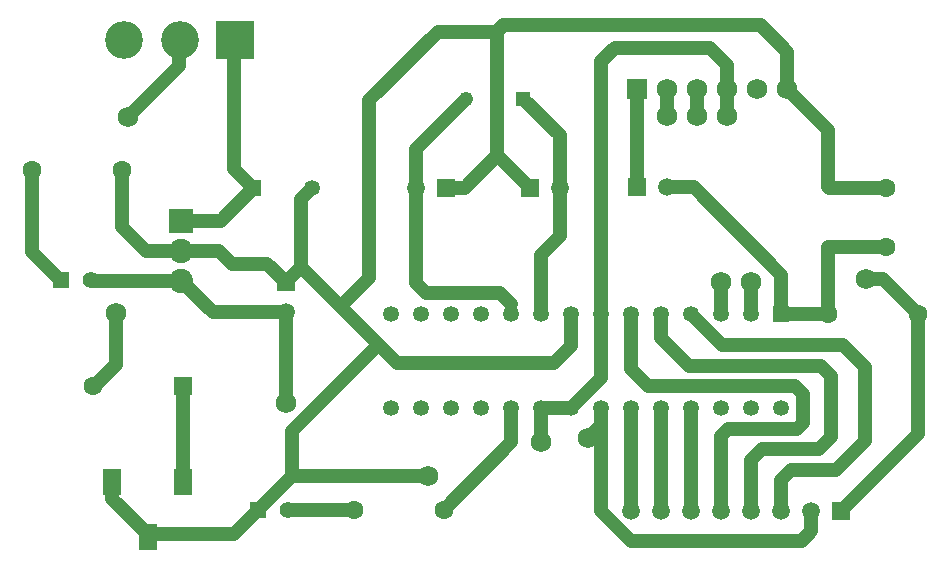
<source format=gbl>
%FSLAX33Y33*%
%MOMM*%
%AMRect-W1400000-H1400000-RO1.000*
21,1,1.4,1.4,0.,0.,180*%
%AMRect-W2200000-H1600000-RO0.500*
21,1,2.2,1.6,0.,0.,270*%
%AMRect-W1230000-H1230000-RO1.000*
21,1,1.23,1.23,0.,0.,180*%
%AMRect-W1600000-H1600000-RO1.000*
21,1,1.6,1.6,0.,0.,180*%
%AMRect-W1750000-H1750000-RO1.500*
21,1,1.75,1.75,0.,0.,90*%
%AMRect-W3200000-H3200000-RO3.000*
21,1,3.2,3.2,0.,0.,-180*%
%AMRect-W1500000-H1500000-RO1.000*
21,1,1.5,1.5,0.,0.,180*%
%AMRect-W1500000-H1500000-RO0.500*
21,1,1.5,1.5,0.,0.,270*%
%AMRect-W1350000-H1350000-RO0.500*
21,1,1.35,1.35,0.,0.,270*%
%ADD10C,1.2*%
%ADD11C,1.75*%
%ADD12C,1.6*%
%ADD13R,2.05X2.05*%
%ADD14C,2.05*%
%ADD15C,1.4*%
%ADD16Rect-W1400000-H1400000-RO1.000*%
%ADD17C,1.6*%
%ADD18C,1.6*%
%ADD19R,1.5X1.5*%
%ADD20C,1.5*%
%ADD21Rect-W2200000-H1600000-RO0.500*%
%ADD22C,1.23*%
%ADD23Rect-W1230000-H1230000-RO1.000*%
%ADD24Rect-W1600000-H1600000-RO1.000*%
%ADD25C,1.75*%
%ADD26Rect-W1750000-H1750000-RO1.500*%
%ADD27C,3.2*%
%ADD28Rect-W3200000-H3200000-RO3.000*%
%ADD29R,1.35X1.35*%
%ADD30C,1.35*%
%ADD31C,1.5*%
%ADD32Rect-W1500000-H1500000-RO1.000*%
%ADD33C,1.5*%
%ADD34Rect-W1500000-H1500000-RO0.500*%
%ADD35C,1.35*%
%ADD36Rect-W1350000-H1350000-RO0.500*%
D10*
%LNbottom copper_traces*%
G01*
X66780Y8855D02*
X70555Y8855D01*
X44090Y40275D02*
X47170Y37195D01*
X47170Y28640D02*
X47170Y37195D01*
X60830Y22044D02*
X60830Y24750D01*
X45590Y27060D02*
X45590Y22044D01*
X64175Y46500D02*
X66400Y44275D01*
X24170Y5500D02*
X29740Y5500D01*
X31025Y40150D02*
X36850Y45975D01*
X67100Y15975D02*
X54660Y15975D01*
X42400Y46500D02*
X64175Y46500D01*
X69840Y27725D02*
X74800Y27725D01*
X10110Y29439D02*
X10110Y34225D01*
X28610Y22675D02*
X28735Y22675D01*
X2490Y34225D02*
X2490Y27325D01*
X70150Y16775D02*
X70150Y11650D01*
X53210Y2875D02*
X50670Y5415D01*
X21225Y32725D02*
X18465Y29965D01*
X68450Y3675D02*
X67650Y2875D01*
X28735Y22800D02*
X31025Y25090D01*
X2490Y27325D02*
X4930Y24885D01*
X55750Y20075D02*
X58150Y17675D01*
X24475Y8325D02*
X24475Y8325D01*
X28735Y22675D02*
X28735Y22800D01*
X77460Y22044D02*
X77460Y11895D01*
X70555Y8855D02*
X72975Y11275D01*
X58780Y41125D02*
X58780Y38850D01*
X67275Y12350D02*
X67800Y12875D01*
X46675Y17900D02*
X48130Y19355D01*
X69150Y10650D02*
X64275Y10650D01*
X49600Y11575D02*
X50670Y12645D01*
X19600Y45175D02*
X19600Y34350D01*
X56240Y41125D02*
X56240Y38850D01*
X48130Y14106D02*
X45590Y14106D01*
X41875Y45975D02*
X41875Y35530D01*
X61450Y12350D02*
X67275Y12350D01*
X77460Y11895D02*
X70990Y5425D01*
X7510Y24885D02*
X15100Y24885D01*
X67650Y2875D02*
X53210Y2875D01*
X19555Y3425D02*
X21630Y5500D01*
X68450Y5425D02*
X68450Y3675D01*
X19600Y34350D02*
X21225Y32725D01*
X65910Y5425D02*
X65910Y7985D01*
X69840Y22044D02*
X69840Y27725D01*
X18465Y29965D02*
X15100Y29965D01*
X65910Y25410D02*
X65910Y22044D01*
X10110Y29439D02*
X12124Y27425D01*
X26225Y32725D02*
X25270Y31770D01*
X48130Y14106D02*
X50670Y16646D01*
X18350Y27425D02*
X19450Y26325D01*
X66400Y44275D02*
X66400Y41125D01*
X34980Y36045D02*
X34980Y24700D01*
X15010Y24975D02*
X17780Y22205D01*
X60934Y19400D02*
X58290Y22044D01*
X37360Y5500D02*
X43050Y11190D01*
X65910Y7985D02*
X66780Y8855D01*
X53210Y5425D02*
X53210Y14106D01*
X22420Y26325D02*
X24000Y24745D01*
X34980Y24700D02*
X35830Y23850D01*
X41875Y35530D02*
X39120Y32775D01*
X65910Y22044D02*
X69840Y22044D01*
X58150Y17675D02*
X69250Y17675D01*
X56245Y32825D02*
X58495Y32825D01*
X51820Y44625D02*
X59850Y44625D01*
X17780Y22205D02*
X24000Y22205D01*
X24000Y14525D02*
X24000Y22205D01*
X43050Y11190D02*
X43050Y14106D01*
X9275Y6425D02*
X12275Y3425D01*
X55750Y5425D02*
X55750Y14106D01*
X61320Y38850D02*
X61320Y43155D01*
X72975Y11275D02*
X72975Y17600D01*
X53700Y41125D02*
X53700Y32905D01*
X25270Y26015D02*
X33385Y17900D01*
X63370Y9745D02*
X63370Y5425D01*
X39210Y40275D02*
X34980Y36045D01*
X70150Y11650D02*
X69150Y10650D01*
X41875Y45975D02*
X42400Y46500D01*
X63370Y22044D02*
X63370Y24750D01*
X55750Y22044D02*
X55750Y20075D01*
X50670Y5415D02*
X50670Y14106D01*
X71175Y19400D02*
X60934Y19400D01*
X73100Y25000D02*
X74504Y25000D01*
X47170Y28640D02*
X45590Y27060D01*
X25270Y31770D02*
X25270Y26015D01*
X19450Y26325D02*
X22420Y26325D01*
X54660Y15975D02*
X53210Y17425D01*
X24475Y8325D02*
X24475Y12140D01*
X14900Y43025D02*
X14900Y45275D01*
X9575Y17785D02*
X7640Y15850D01*
X58290Y5425D02*
X58290Y14106D01*
X33385Y17900D02*
X46675Y17900D01*
X41875Y35530D02*
X44630Y32775D01*
X7470Y24925D02*
X7510Y24885D01*
X42100Y23850D02*
X43050Y22900D01*
X45590Y11190D02*
X45590Y14106D01*
X9575Y22150D02*
X9575Y17785D01*
X69250Y17675D02*
X70150Y16775D01*
X60830Y11730D02*
X61450Y12350D01*
X60830Y5425D02*
X60830Y11730D01*
X67800Y15275D02*
X67100Y15975D01*
X74504Y25000D02*
X77460Y22044D01*
X64275Y10650D02*
X63370Y9745D01*
X10625Y38750D02*
X14900Y43025D01*
X12275Y3425D02*
X19555Y3425D01*
X12124Y27425D02*
X18350Y27425D01*
X67800Y12875D02*
X67800Y15275D01*
X35830Y23850D02*
X42100Y23850D01*
X39120Y32775D02*
X37600Y32775D01*
X72975Y17600D02*
X71175Y19400D01*
X50670Y43475D02*
X51820Y44625D01*
X50670Y16646D02*
X50670Y43475D01*
X24475Y8325D02*
X36000Y8325D01*
X15275Y15950D02*
X15275Y7850D01*
X69840Y37685D02*
X69840Y32860D01*
X53210Y17425D02*
X53210Y22044D01*
X25270Y26015D02*
X24000Y24745D01*
X59850Y44625D02*
X61320Y43155D01*
X36850Y45975D02*
X41875Y45975D01*
X24475Y12140D02*
X31810Y19475D01*
X69840Y32860D02*
X69975Y32725D01*
X31025Y25090D02*
X31025Y40150D01*
X9275Y7550D02*
X9275Y6425D01*
X58495Y32825D02*
X65910Y25410D01*
X48130Y19355D02*
X48130Y22044D01*
X69975Y32725D02*
X74800Y32725D01*
X66400Y41125D02*
X69840Y37685D01*
X21650Y5500D02*
X24475Y8325D01*
D11*
X58780Y38850D03*
X49600Y11575D03*
X10625Y38750D03*
X56240Y38850D03*
X63370Y24750D03*
X61320Y38850D03*
X60830Y24750D03*
X73100Y25000D03*
X9575Y22150D03*
X24000Y14525D03*
X45590Y11190D03*
X36000Y8325D03*
%LNbottom copper component 6490513f982804b2*%
D12*
X74800Y27725D03*
X74800Y32725D03*
%LNbottom copper component f480910f039b092f*%
D13*
X15100Y29965D03*
D14*
X15100Y27425D03*
X15100Y24885D03*
%LNbottom copper component 11ce9e1fae5125d4*%
D15*
X24170Y5500D03*
D16*
X21630Y5500D03*
%LNbottom copper component 6e5ab65975b1d4d0*%
D17*
X77460Y22044D03*
X69840Y22044D03*
%LNbottom copper component bb6f99e9ce0ecad2*%
D18*
X2490Y34225D03*
X10110Y34225D03*
%LNbottom copper component b08b925ae5f00e7d*%
D19*
X44630Y32775D03*
D20*
X47170Y32775D03*
%LNbottom copper component 6b69e33c7ffc047c*%
D21*
X15275Y7850D03*
X9275Y7850D03*
X12275Y3150D03*
%LNbottom copper component 82a621994e19bc83*%
D19*
X53705Y32825D03*
D20*
X56245Y32825D03*
%LNbottom copper component b3c45411f0ca8f9b*%
D22*
X39210Y40275D03*
D23*
X44090Y40275D03*
%LNbottom copper component 1ef9996777da8726*%
D15*
X7470Y24925D03*
D16*
X4930Y24925D03*
%LNbottom copper component 6e01d915a41af154*%
D17*
X7640Y15950D03*
D24*
X15260Y15950D03*
%LNbottom copper component a2182645b3e5b9fa*%
D25*
X56240Y41125D03*
X58780Y41125D03*
X61320Y41125D03*
X63860Y41125D03*
X66400Y41125D03*
D26*
X53700Y41125D03*
%LNbottom copper component 5f56090bf9c139ea*%
D27*
X10300Y45275D03*
X15000Y45275D03*
D28*
X19700Y45275D03*
%LNbottom copper component 3005891da4b15de3*%
D29*
X21225Y32725D03*
D30*
X26225Y32725D03*
%LNbottom copper component 6d1e886b7d06c581*%
D31*
X34980Y32775D03*
D32*
X37520Y32775D03*
%LNbottom copper component 602b28210884fb11*%
D33*
X24000Y22205D03*
D34*
X24000Y24745D03*
%LNbottom copper component 10d1a0f9161be859*%
D18*
X29740Y5500D03*
X37360Y5500D03*
%LNbottom copper component e2a2722308c8dc1c*%
D33*
X68450Y5425D03*
X65910Y5425D03*
X63370Y5425D03*
X60830Y5425D03*
X58290Y5425D03*
X55750Y5425D03*
X53210Y5425D03*
D34*
X70990Y5425D03*
%LNbottom copper component f9d983522cfd9704*%
D35*
X63370Y22044D03*
X60830Y22044D03*
X58290Y22044D03*
X55750Y22044D03*
X53210Y22044D03*
X50670Y22044D03*
X48130Y22044D03*
X45590Y22044D03*
X43050Y22044D03*
X40510Y22044D03*
X37970Y22044D03*
X35430Y22044D03*
X32890Y22044D03*
X32890Y14106D03*
X35430Y14106D03*
X37970Y14106D03*
X40510Y14106D03*
X43050Y14106D03*
X45590Y14106D03*
X48130Y14106D03*
X50670Y14106D03*
X53210Y14106D03*
X55750Y14106D03*
X58290Y14106D03*
X60830Y14106D03*
X63370Y14106D03*
X65910Y14106D03*
D36*
X65910Y22044D03*
M02*
</source>
